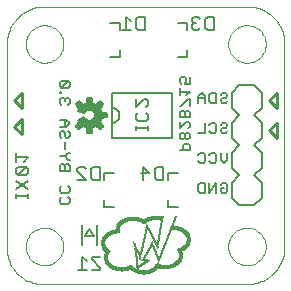
<source format=gbo>
G75*
G70*
%OFA0B0*%
%FSLAX24Y24*%
%IPPOS*%
%LPD*%
%AMOC8*
5,1,8,0,0,1.08239X$1,22.5*
%
%ADD10C,0.0000*%
%ADD11C,0.0060*%
%ADD12R,0.0110X0.0005*%
%ADD13R,0.0210X0.0005*%
%ADD14R,0.0280X0.0005*%
%ADD15R,0.0325X0.0005*%
%ADD16R,0.0365X0.0005*%
%ADD17R,0.0410X0.0005*%
%ADD18R,0.0440X0.0005*%
%ADD19R,0.0470X0.0005*%
%ADD20R,0.0505X0.0005*%
%ADD21R,0.0530X0.0005*%
%ADD22R,0.0555X0.0005*%
%ADD23R,0.0580X0.0005*%
%ADD24R,0.0600X0.0005*%
%ADD25R,0.0625X0.0005*%
%ADD26R,0.0645X0.0005*%
%ADD27R,0.0665X0.0005*%
%ADD28R,0.0685X0.0005*%
%ADD29R,0.0705X0.0005*%
%ADD30R,0.0715X0.0005*%
%ADD31R,0.0735X0.0005*%
%ADD32R,0.0755X0.0005*%
%ADD33R,0.0090X0.0005*%
%ADD34R,0.0770X0.0005*%
%ADD35R,0.0190X0.0005*%
%ADD36R,0.0355X0.0005*%
%ADD37R,0.0360X0.0005*%
%ADD38R,0.0260X0.0005*%
%ADD39R,0.0315X0.0005*%
%ADD40R,0.0320X0.0005*%
%ADD41R,0.0295X0.0005*%
%ADD42R,0.0275X0.0005*%
%ADD43R,0.0400X0.0005*%
%ADD44R,0.0265X0.0005*%
%ADD45R,0.0435X0.0005*%
%ADD46R,0.0255X0.0005*%
%ADD47R,0.0465X0.0005*%
%ADD48R,0.0245X0.0005*%
%ADD49R,0.0495X0.0005*%
%ADD50R,0.0235X0.0005*%
%ADD51R,0.0525X0.0005*%
%ADD52R,0.0230X0.0005*%
%ADD53R,0.0240X0.0005*%
%ADD54R,0.0545X0.0005*%
%ADD55R,0.0820X0.0005*%
%ADD56R,0.0220X0.0005*%
%ADD57R,0.0025X0.0005*%
%ADD58R,0.0795X0.0005*%
%ADD59R,0.0215X0.0005*%
%ADD60R,0.0035X0.0005*%
%ADD61R,0.0040X0.0005*%
%ADD62R,0.0800X0.0005*%
%ADD63R,0.0205X0.0005*%
%ADD64R,0.0050X0.0005*%
%ADD65R,0.0805X0.0005*%
%ADD66R,0.0165X0.0005*%
%ADD67R,0.0055X0.0005*%
%ADD68R,0.0200X0.0005*%
%ADD69R,0.0060X0.0005*%
%ADD70R,0.0300X0.0005*%
%ADD71R,0.0195X0.0005*%
%ADD72R,0.0065X0.0005*%
%ADD73R,0.0345X0.0005*%
%ADD74R,0.0070X0.0005*%
%ADD75R,0.0385X0.0005*%
%ADD76R,0.0080X0.0005*%
%ADD77R,0.0425X0.0005*%
%ADD78R,0.0185X0.0005*%
%ADD79R,0.0085X0.0005*%
%ADD80R,0.0635X0.0005*%
%ADD81R,0.0810X0.0005*%
%ADD82R,0.0095X0.0005*%
%ADD83R,0.0335X0.0005*%
%ADD84R,0.0655X0.0005*%
%ADD85R,0.0105X0.0005*%
%ADD86R,0.0290X0.0005*%
%ADD87R,0.0660X0.0005*%
%ADD88R,0.0115X0.0005*%
%ADD89R,0.0285X0.0005*%
%ADD90R,0.0120X0.0005*%
%ADD91R,0.0270X0.0005*%
%ADD92R,0.0675X0.0005*%
%ADD93R,0.0130X0.0005*%
%ADD94R,0.0680X0.0005*%
%ADD95R,0.0135X0.0005*%
%ADD96R,0.0250X0.0005*%
%ADD97R,0.0140X0.0005*%
%ADD98R,0.0180X0.0005*%
%ADD99R,0.0695X0.0005*%
%ADD100R,0.0150X0.0005*%
%ADD101R,0.0160X0.0005*%
%ADD102R,0.0155X0.0005*%
%ADD103R,0.0145X0.0005*%
%ADD104R,0.0700X0.0005*%
%ADD105R,0.0225X0.0005*%
%ADD106R,0.0170X0.0005*%
%ADD107R,0.0100X0.0005*%
%ADD108R,0.0075X0.0005*%
%ADD109R,0.0720X0.0005*%
%ADD110R,0.0725X0.0005*%
%ADD111R,0.0340X0.0005*%
%ADD112R,0.0305X0.0005*%
%ADD113R,0.0175X0.0005*%
%ADD114R,0.0005X0.0005*%
%ADD115R,0.0010X0.0005*%
%ADD116R,0.0015X0.0005*%
%ADD117R,0.0020X0.0005*%
%ADD118R,0.0030X0.0005*%
%ADD119R,0.0125X0.0005*%
%ADD120R,0.0045X0.0005*%
%ADD121R,0.0370X0.0005*%
%ADD122R,0.0375X0.0005*%
%ADD123R,0.0350X0.0005*%
%ADD124R,0.0330X0.0005*%
%ADD125R,0.0485X0.0005*%
%ADD126R,0.0480X0.0005*%
%ADD127R,0.0460X0.0005*%
%ADD128R,0.0445X0.0005*%
%ADD129R,0.0310X0.0005*%
%ADD130R,0.0380X0.0005*%
%ADD131R,0.0415X0.0005*%
%ADD132R,0.0450X0.0005*%
%ADD133R,0.0490X0.0005*%
%ADD134R,0.0965X0.0005*%
%ADD135R,0.0975X0.0005*%
%ADD136R,0.0980X0.0005*%
%ADD137R,0.0990X0.0005*%
%ADD138R,0.1005X0.0005*%
%ADD139R,0.0615X0.0005*%
%ADD140R,0.0640X0.0005*%
%ADD141R,0.0605X0.0005*%
%ADD142R,0.0620X0.0005*%
%ADD143R,0.0590X0.0005*%
%ADD144R,0.0570X0.0005*%
%ADD145R,0.0540X0.0005*%
%ADD146R,0.0515X0.0005*%
%ADD147R,0.0565X0.0005*%
%ADD148R,0.0535X0.0005*%
%ADD149R,0.0395X0.0005*%
%ADD150R,0.0520X0.0005*%
%ADD151R,0.0500X0.0005*%
%ADD152R,0.0430X0.0005*%
%ADD153C,0.0100*%
%ADD154C,0.0080*%
%ADD155C,0.0059*%
%ADD156C,0.0050*%
D10*
X000411Y001660D02*
X000409Y001594D01*
X000411Y001528D01*
X000417Y001462D01*
X000426Y001396D01*
X000439Y001331D01*
X000456Y001266D01*
X000476Y001203D01*
X000500Y001141D01*
X000527Y001081D01*
X000558Y001022D01*
X000592Y000964D01*
X000629Y000909D01*
X000669Y000856D01*
X000712Y000806D01*
X000757Y000757D01*
X000806Y000712D01*
X000856Y000669D01*
X000909Y000629D01*
X000964Y000592D01*
X001022Y000558D01*
X001081Y000527D01*
X001141Y000500D01*
X001203Y000476D01*
X001266Y000456D01*
X001331Y000439D01*
X001396Y000426D01*
X001462Y000417D01*
X001528Y000411D01*
X001594Y000409D01*
X001660Y000411D01*
X001660Y000410D02*
X008410Y000410D01*
X008478Y000412D01*
X008545Y000417D01*
X008612Y000426D01*
X008679Y000439D01*
X008744Y000456D01*
X008809Y000475D01*
X008873Y000499D01*
X008935Y000526D01*
X008996Y000556D01*
X009054Y000589D01*
X009111Y000625D01*
X009166Y000665D01*
X009219Y000707D01*
X009270Y000753D01*
X009317Y000800D01*
X009363Y000851D01*
X009405Y000904D01*
X009445Y000959D01*
X009481Y001016D01*
X009514Y001074D01*
X009544Y001135D01*
X009571Y001197D01*
X009595Y001261D01*
X009614Y001326D01*
X009631Y001391D01*
X009644Y001458D01*
X009653Y001525D01*
X009658Y001592D01*
X009660Y001660D01*
X009660Y008410D01*
X009658Y008478D01*
X009653Y008545D01*
X009644Y008612D01*
X009631Y008679D01*
X009614Y008744D01*
X009595Y008809D01*
X009571Y008873D01*
X009544Y008935D01*
X009514Y008996D01*
X009481Y009054D01*
X009445Y009111D01*
X009405Y009166D01*
X009363Y009219D01*
X009317Y009270D01*
X009270Y009317D01*
X009219Y009363D01*
X009166Y009405D01*
X009111Y009445D01*
X009054Y009481D01*
X008996Y009514D01*
X008935Y009544D01*
X008873Y009571D01*
X008809Y009595D01*
X008744Y009614D01*
X008679Y009631D01*
X008612Y009644D01*
X008545Y009653D01*
X008478Y009658D01*
X008410Y009660D01*
X001660Y009660D01*
X001035Y008410D02*
X001037Y008460D01*
X001043Y008509D01*
X001053Y008558D01*
X001066Y008605D01*
X001084Y008652D01*
X001105Y008697D01*
X001129Y008740D01*
X001157Y008781D01*
X001188Y008820D01*
X001222Y008856D01*
X001259Y008890D01*
X001299Y008920D01*
X001340Y008947D01*
X001384Y008971D01*
X001429Y008991D01*
X001476Y009007D01*
X001524Y009020D01*
X001573Y009029D01*
X001623Y009034D01*
X001672Y009035D01*
X001722Y009032D01*
X001771Y009025D01*
X001820Y009014D01*
X001867Y009000D01*
X001913Y008981D01*
X001958Y008959D01*
X002001Y008934D01*
X002041Y008905D01*
X002079Y008873D01*
X002115Y008839D01*
X002148Y008801D01*
X002177Y008761D01*
X002203Y008719D01*
X002226Y008675D01*
X002245Y008629D01*
X002261Y008582D01*
X002273Y008533D01*
X002281Y008484D01*
X002285Y008435D01*
X002285Y008385D01*
X002281Y008336D01*
X002273Y008287D01*
X002261Y008238D01*
X002245Y008191D01*
X002226Y008145D01*
X002203Y008101D01*
X002177Y008059D01*
X002148Y008019D01*
X002115Y007981D01*
X002079Y007947D01*
X002041Y007915D01*
X002001Y007886D01*
X001958Y007861D01*
X001913Y007839D01*
X001867Y007820D01*
X001820Y007806D01*
X001771Y007795D01*
X001722Y007788D01*
X001672Y007785D01*
X001623Y007786D01*
X001573Y007791D01*
X001524Y007800D01*
X001476Y007813D01*
X001429Y007829D01*
X001384Y007849D01*
X001340Y007873D01*
X001299Y007900D01*
X001259Y007930D01*
X001222Y007964D01*
X001188Y008000D01*
X001157Y008039D01*
X001129Y008080D01*
X001105Y008123D01*
X001084Y008168D01*
X001066Y008215D01*
X001053Y008262D01*
X001043Y008311D01*
X001037Y008360D01*
X001035Y008410D01*
X000410Y008410D02*
X000410Y001660D01*
X001035Y001660D02*
X001037Y001710D01*
X001043Y001759D01*
X001053Y001808D01*
X001066Y001855D01*
X001084Y001902D01*
X001105Y001947D01*
X001129Y001990D01*
X001157Y002031D01*
X001188Y002070D01*
X001222Y002106D01*
X001259Y002140D01*
X001299Y002170D01*
X001340Y002197D01*
X001384Y002221D01*
X001429Y002241D01*
X001476Y002257D01*
X001524Y002270D01*
X001573Y002279D01*
X001623Y002284D01*
X001672Y002285D01*
X001722Y002282D01*
X001771Y002275D01*
X001820Y002264D01*
X001867Y002250D01*
X001913Y002231D01*
X001958Y002209D01*
X002001Y002184D01*
X002041Y002155D01*
X002079Y002123D01*
X002115Y002089D01*
X002148Y002051D01*
X002177Y002011D01*
X002203Y001969D01*
X002226Y001925D01*
X002245Y001879D01*
X002261Y001832D01*
X002273Y001783D01*
X002281Y001734D01*
X002285Y001685D01*
X002285Y001635D01*
X002281Y001586D01*
X002273Y001537D01*
X002261Y001488D01*
X002245Y001441D01*
X002226Y001395D01*
X002203Y001351D01*
X002177Y001309D01*
X002148Y001269D01*
X002115Y001231D01*
X002079Y001197D01*
X002041Y001165D01*
X002001Y001136D01*
X001958Y001111D01*
X001913Y001089D01*
X001867Y001070D01*
X001820Y001056D01*
X001771Y001045D01*
X001722Y001038D01*
X001672Y001035D01*
X001623Y001036D01*
X001573Y001041D01*
X001524Y001050D01*
X001476Y001063D01*
X001429Y001079D01*
X001384Y001099D01*
X001340Y001123D01*
X001299Y001150D01*
X001259Y001180D01*
X001222Y001214D01*
X001188Y001250D01*
X001157Y001289D01*
X001129Y001330D01*
X001105Y001373D01*
X001084Y001418D01*
X001066Y001465D01*
X001053Y001512D01*
X001043Y001561D01*
X001037Y001610D01*
X001035Y001660D01*
X000410Y008410D02*
X000412Y008478D01*
X000417Y008545D01*
X000426Y008612D01*
X000439Y008679D01*
X000456Y008744D01*
X000475Y008809D01*
X000499Y008873D01*
X000526Y008935D01*
X000556Y008996D01*
X000589Y009054D01*
X000625Y009111D01*
X000665Y009166D01*
X000707Y009219D01*
X000753Y009270D01*
X000800Y009317D01*
X000851Y009363D01*
X000904Y009405D01*
X000959Y009445D01*
X001016Y009481D01*
X001074Y009514D01*
X001135Y009544D01*
X001197Y009571D01*
X001261Y009595D01*
X001326Y009614D01*
X001391Y009631D01*
X001458Y009644D01*
X001525Y009653D01*
X001592Y009658D01*
X001660Y009660D01*
X007785Y008410D02*
X007787Y008460D01*
X007793Y008509D01*
X007803Y008558D01*
X007816Y008605D01*
X007834Y008652D01*
X007855Y008697D01*
X007879Y008740D01*
X007907Y008781D01*
X007938Y008820D01*
X007972Y008856D01*
X008009Y008890D01*
X008049Y008920D01*
X008090Y008947D01*
X008134Y008971D01*
X008179Y008991D01*
X008226Y009007D01*
X008274Y009020D01*
X008323Y009029D01*
X008373Y009034D01*
X008422Y009035D01*
X008472Y009032D01*
X008521Y009025D01*
X008570Y009014D01*
X008617Y009000D01*
X008663Y008981D01*
X008708Y008959D01*
X008751Y008934D01*
X008791Y008905D01*
X008829Y008873D01*
X008865Y008839D01*
X008898Y008801D01*
X008927Y008761D01*
X008953Y008719D01*
X008976Y008675D01*
X008995Y008629D01*
X009011Y008582D01*
X009023Y008533D01*
X009031Y008484D01*
X009035Y008435D01*
X009035Y008385D01*
X009031Y008336D01*
X009023Y008287D01*
X009011Y008238D01*
X008995Y008191D01*
X008976Y008145D01*
X008953Y008101D01*
X008927Y008059D01*
X008898Y008019D01*
X008865Y007981D01*
X008829Y007947D01*
X008791Y007915D01*
X008751Y007886D01*
X008708Y007861D01*
X008663Y007839D01*
X008617Y007820D01*
X008570Y007806D01*
X008521Y007795D01*
X008472Y007788D01*
X008422Y007785D01*
X008373Y007786D01*
X008323Y007791D01*
X008274Y007800D01*
X008226Y007813D01*
X008179Y007829D01*
X008134Y007849D01*
X008090Y007873D01*
X008049Y007900D01*
X008009Y007930D01*
X007972Y007964D01*
X007938Y008000D01*
X007907Y008039D01*
X007879Y008080D01*
X007855Y008123D01*
X007834Y008168D01*
X007816Y008215D01*
X007803Y008262D01*
X007793Y008311D01*
X007787Y008360D01*
X007785Y008410D01*
X007785Y001660D02*
X007787Y001710D01*
X007793Y001759D01*
X007803Y001808D01*
X007816Y001855D01*
X007834Y001902D01*
X007855Y001947D01*
X007879Y001990D01*
X007907Y002031D01*
X007938Y002070D01*
X007972Y002106D01*
X008009Y002140D01*
X008049Y002170D01*
X008090Y002197D01*
X008134Y002221D01*
X008179Y002241D01*
X008226Y002257D01*
X008274Y002270D01*
X008323Y002279D01*
X008373Y002284D01*
X008422Y002285D01*
X008472Y002282D01*
X008521Y002275D01*
X008570Y002264D01*
X008617Y002250D01*
X008663Y002231D01*
X008708Y002209D01*
X008751Y002184D01*
X008791Y002155D01*
X008829Y002123D01*
X008865Y002089D01*
X008898Y002051D01*
X008927Y002011D01*
X008953Y001969D01*
X008976Y001925D01*
X008995Y001879D01*
X009011Y001832D01*
X009023Y001783D01*
X009031Y001734D01*
X009035Y001685D01*
X009035Y001635D01*
X009031Y001586D01*
X009023Y001537D01*
X009011Y001488D01*
X008995Y001441D01*
X008976Y001395D01*
X008953Y001351D01*
X008927Y001309D01*
X008898Y001269D01*
X008865Y001231D01*
X008829Y001197D01*
X008791Y001165D01*
X008751Y001136D01*
X008708Y001111D01*
X008663Y001089D01*
X008617Y001070D01*
X008570Y001056D01*
X008521Y001045D01*
X008472Y001038D01*
X008422Y001035D01*
X008373Y001036D01*
X008323Y001041D01*
X008274Y001050D01*
X008226Y001063D01*
X008179Y001079D01*
X008134Y001099D01*
X008090Y001123D01*
X008049Y001150D01*
X008009Y001180D01*
X007972Y001214D01*
X007938Y001250D01*
X007907Y001289D01*
X007879Y001330D01*
X007855Y001373D01*
X007834Y001418D01*
X007816Y001465D01*
X007803Y001512D01*
X007793Y001561D01*
X007787Y001610D01*
X007785Y001660D01*
D11*
X006095Y002975D02*
X005775Y002975D01*
X005775Y003195D01*
X005775Y003875D02*
X005775Y004095D01*
X006095Y004095D01*
X006792Y003724D02*
X006792Y003497D01*
X006848Y003440D01*
X007018Y003440D01*
X007018Y003780D01*
X006848Y003780D01*
X006792Y003724D01*
X007160Y003780D02*
X007160Y003440D01*
X007387Y003780D01*
X007387Y003440D01*
X007528Y003497D02*
X007528Y003610D01*
X007642Y003610D01*
X007755Y003497D02*
X007698Y003440D01*
X007585Y003440D01*
X007528Y003497D01*
X007528Y003724D02*
X007585Y003780D01*
X007698Y003780D01*
X007755Y003724D01*
X007755Y003497D01*
X007642Y004440D02*
X007528Y004553D01*
X007528Y004780D01*
X007387Y004724D02*
X007387Y004497D01*
X007330Y004440D01*
X007217Y004440D01*
X007160Y004497D01*
X007018Y004497D02*
X007018Y004724D01*
X006962Y004780D01*
X006848Y004780D01*
X006792Y004724D01*
X006792Y004497D02*
X006848Y004440D01*
X006962Y004440D01*
X007018Y004497D01*
X007160Y004724D02*
X007217Y004780D01*
X007330Y004780D01*
X007387Y004724D01*
X007642Y004440D02*
X007755Y004553D01*
X007755Y004780D01*
X007698Y005440D02*
X007585Y005440D01*
X007528Y005497D01*
X007528Y005553D01*
X007585Y005610D01*
X007698Y005610D01*
X007755Y005667D01*
X007755Y005724D01*
X007698Y005780D01*
X007585Y005780D01*
X007528Y005724D01*
X007387Y005724D02*
X007387Y005497D01*
X007330Y005440D01*
X007217Y005440D01*
X007160Y005497D01*
X007018Y005440D02*
X006792Y005440D01*
X007018Y005440D02*
X007018Y005780D01*
X007160Y005724D02*
X007217Y005780D01*
X007330Y005780D01*
X007387Y005724D01*
X007698Y005440D02*
X007755Y005497D01*
X007698Y006440D02*
X007585Y006440D01*
X007528Y006497D01*
X007528Y006553D01*
X007585Y006610D01*
X007698Y006610D01*
X007755Y006667D01*
X007755Y006724D01*
X007698Y006780D01*
X007585Y006780D01*
X007528Y006724D01*
X007387Y006780D02*
X007217Y006780D01*
X007160Y006724D01*
X007160Y006497D01*
X007217Y006440D01*
X007387Y006440D01*
X007387Y006780D01*
X007018Y006667D02*
X007018Y006440D01*
X007018Y006610D02*
X006792Y006610D01*
X006792Y006667D02*
X006792Y006440D01*
X006792Y006667D02*
X006905Y006780D01*
X007018Y006667D01*
X006505Y006562D02*
X006505Y006335D01*
X006449Y006194D02*
X006392Y006194D01*
X006335Y006137D01*
X006335Y005967D01*
X006335Y006137D02*
X006278Y006194D01*
X006222Y006194D01*
X006165Y006137D01*
X006165Y005967D01*
X006505Y005967D01*
X006505Y006137D01*
X006449Y006194D01*
X006222Y006335D02*
X006165Y006335D01*
X006222Y006335D02*
X006449Y006562D01*
X006505Y006562D01*
X006392Y006703D02*
X006505Y006817D01*
X006165Y006817D01*
X006165Y006930D02*
X006165Y006703D01*
X006222Y007072D02*
X006165Y007128D01*
X006165Y007242D01*
X006222Y007299D01*
X006335Y007299D01*
X006392Y007242D01*
X006392Y007185D01*
X006335Y007072D01*
X006505Y007072D01*
X006505Y007299D01*
X006420Y007975D02*
X006100Y007975D01*
X006420Y007975D02*
X006420Y008195D01*
X006420Y008875D02*
X006420Y009095D01*
X006100Y009095D01*
X004170Y009095D02*
X004170Y008875D01*
X004170Y009095D02*
X003850Y009095D01*
X004170Y008195D02*
X004170Y007975D01*
X003850Y007975D01*
X002505Y007117D02*
X002505Y007003D01*
X002449Y006947D01*
X002222Y006947D01*
X002449Y007174D01*
X002222Y007174D01*
X002165Y007117D01*
X002165Y007003D01*
X002222Y006947D01*
X002222Y006819D02*
X002165Y006819D01*
X002165Y006763D01*
X002222Y006763D01*
X002222Y006819D01*
X002222Y006621D02*
X002165Y006564D01*
X002165Y006451D01*
X002222Y006394D01*
X002335Y006508D02*
X002335Y006564D01*
X002278Y006621D01*
X002222Y006621D01*
X002335Y006564D02*
X002392Y006621D01*
X002449Y006621D01*
X002505Y006564D01*
X002505Y006451D01*
X002449Y006394D01*
X002392Y005884D02*
X002165Y005884D01*
X002335Y005884D02*
X002335Y005658D01*
X002392Y005658D02*
X002505Y005771D01*
X002392Y005884D01*
X002392Y005658D02*
X002165Y005658D01*
X002222Y005516D02*
X002165Y005459D01*
X002165Y005346D01*
X002222Y005289D01*
X002335Y005346D02*
X002335Y005459D01*
X002278Y005516D01*
X002222Y005516D01*
X002335Y005346D02*
X002392Y005289D01*
X002449Y005289D01*
X002505Y005346D01*
X002505Y005459D01*
X002449Y005516D01*
X002335Y005148D02*
X002335Y004921D01*
X002449Y004779D02*
X002505Y004779D01*
X002449Y004779D02*
X002335Y004666D01*
X002165Y004666D01*
X002335Y004666D02*
X002449Y004553D01*
X002505Y004553D01*
X002449Y004411D02*
X002392Y004411D01*
X002335Y004354D01*
X002335Y004184D01*
X002165Y004184D02*
X002505Y004184D01*
X002505Y004354D01*
X002449Y004411D01*
X002335Y004354D02*
X002278Y004411D01*
X002222Y004411D01*
X002165Y004354D01*
X002165Y004184D01*
X002222Y003675D02*
X002165Y003618D01*
X002165Y003504D01*
X002222Y003448D01*
X002449Y003448D01*
X002505Y003504D01*
X002505Y003618D01*
X002449Y003675D01*
X002449Y003306D02*
X002505Y003250D01*
X002505Y003136D01*
X002449Y003079D01*
X002222Y003079D01*
X002165Y003136D01*
X002165Y003250D01*
X002222Y003306D01*
X003650Y003195D02*
X003650Y002975D01*
X003970Y002975D01*
X003650Y003875D02*
X003650Y004095D01*
X003970Y004095D01*
X003910Y005785D02*
X003940Y005787D01*
X003970Y005792D01*
X003999Y005801D01*
X004026Y005814D01*
X004052Y005829D01*
X004076Y005848D01*
X004097Y005869D01*
X004116Y005893D01*
X004131Y005919D01*
X004144Y005946D01*
X004153Y005975D01*
X004158Y006005D01*
X004160Y006035D01*
X004158Y006065D01*
X004153Y006095D01*
X004144Y006124D01*
X004131Y006151D01*
X004116Y006177D01*
X004097Y006201D01*
X004076Y006222D01*
X004052Y006241D01*
X004026Y006256D01*
X003999Y006269D01*
X003970Y006278D01*
X003940Y006283D01*
X003910Y006285D01*
X002505Y007117D02*
X002449Y007174D01*
X006165Y005825D02*
X006165Y005598D01*
X006392Y005825D01*
X006449Y005825D01*
X006505Y005769D01*
X006505Y005655D01*
X006449Y005598D01*
X006449Y005457D02*
X006392Y005457D01*
X006335Y005400D01*
X006335Y005287D01*
X006392Y005230D01*
X006449Y005230D01*
X006505Y005287D01*
X006505Y005400D01*
X006449Y005457D01*
X006335Y005400D02*
X006278Y005457D01*
X006222Y005457D01*
X006165Y005400D01*
X006165Y005287D01*
X006222Y005230D01*
X006278Y005230D01*
X006335Y005287D01*
X006335Y005089D02*
X006278Y005032D01*
X006278Y004862D01*
X006165Y004862D02*
X006505Y004862D01*
X006505Y005032D01*
X006449Y005089D01*
X006335Y005089D01*
X007698Y006440D02*
X007755Y006497D01*
D12*
X005096Y002256D03*
X005096Y002251D03*
X005411Y001716D03*
X005411Y001711D03*
X005251Y001691D03*
X005251Y001686D03*
X005471Y001241D03*
X005441Y001046D03*
X005066Y001146D03*
X005051Y001136D03*
X005046Y001131D03*
X005036Y001126D03*
X005031Y001121D03*
X005021Y001116D03*
X005016Y001111D03*
X005011Y001106D03*
X005001Y001101D03*
X004996Y001096D03*
X004981Y001086D03*
X004966Y001076D03*
X004961Y001071D03*
X004946Y001061D03*
X004901Y001031D03*
X004886Y001021D03*
X004881Y001016D03*
X004876Y001011D03*
X004861Y001001D03*
X004966Y000726D03*
X004846Y001376D03*
X004726Y001531D03*
X004726Y001536D03*
X004721Y001541D03*
X004721Y001546D03*
D13*
X004061Y002181D03*
X003776Y002031D03*
X003861Y001001D03*
X004966Y000731D03*
X005326Y000896D03*
X006056Y001076D03*
X006311Y001596D03*
X006316Y001601D03*
X006316Y002141D03*
X005376Y002646D03*
X004966Y002451D03*
D14*
X005376Y002641D03*
X006221Y002191D03*
X004966Y000736D03*
X004691Y000851D03*
X004026Y002161D03*
D15*
X004954Y002481D03*
X005374Y002636D03*
X003994Y000941D03*
X004964Y000741D03*
D16*
X004964Y000746D03*
X003969Y002116D03*
D17*
X004966Y000751D03*
X006061Y002246D03*
D18*
X006071Y002236D03*
X004966Y000756D03*
D19*
X004966Y000761D03*
X006081Y002221D03*
D20*
X005364Y002606D03*
X004964Y000766D03*
D21*
X004966Y000771D03*
D22*
X004964Y000776D03*
X005339Y002586D03*
D23*
X005321Y002571D03*
X004966Y000781D03*
D24*
X004966Y000786D03*
X005311Y002561D03*
D25*
X004964Y000791D03*
D26*
X004964Y000796D03*
X005609Y000941D03*
D27*
X005639Y000956D03*
X004964Y000801D03*
D28*
X004964Y000806D03*
X005664Y000971D03*
D29*
X005694Y000991D03*
X004964Y000811D03*
D30*
X004964Y000816D03*
X005699Y000996D03*
X005704Y001001D03*
D31*
X004964Y000821D03*
D32*
X004964Y000826D03*
D33*
X004781Y000936D03*
X004846Y001351D03*
X004711Y001581D03*
X004706Y001591D03*
X004706Y001596D03*
X005251Y001711D03*
X005416Y001686D03*
X005471Y001216D03*
X005436Y001051D03*
X004231Y000826D03*
X005091Y002281D03*
D34*
X004966Y000831D03*
D35*
X005046Y001161D03*
X004231Y000831D03*
X003756Y001486D03*
X003751Y001491D03*
X003746Y001501D03*
X003741Y001506D03*
X003736Y001511D03*
X003731Y001516D03*
X003726Y001991D03*
X003731Y001996D03*
X003736Y002001D03*
X004071Y002186D03*
X004196Y002406D03*
X004201Y002411D03*
X004206Y002416D03*
X006096Y001106D03*
X006101Y001111D03*
X006186Y001501D03*
X006346Y001626D03*
X006351Y001631D03*
X006351Y002111D03*
X006346Y002116D03*
D36*
X005179Y000836D03*
X004229Y000846D03*
X003984Y002126D03*
D37*
X003976Y002121D03*
X003926Y002091D03*
X004751Y000836D03*
X006041Y002266D03*
X006161Y002206D03*
X005161Y002541D03*
D38*
X004961Y002466D03*
X004316Y002486D03*
X004036Y002166D03*
X003931Y000961D03*
X004231Y000836D03*
X005986Y001036D03*
D39*
X005209Y000841D03*
X004719Y000841D03*
X005129Y002536D03*
D40*
X006186Y002201D03*
X004231Y000841D03*
X003896Y002086D03*
X004006Y002146D03*
D41*
X004019Y002156D03*
X003879Y002081D03*
X004704Y000846D03*
X005224Y000846D03*
X006204Y002196D03*
D42*
X006009Y002291D03*
X005039Y001186D03*
X005239Y000851D03*
X005494Y001016D03*
X005969Y001031D03*
D43*
X006056Y002251D03*
X004231Y000851D03*
D44*
X004494Y000951D03*
X004674Y000856D03*
X005029Y001176D03*
X005254Y000856D03*
X006234Y002186D03*
X003849Y002071D03*
D45*
X004229Y000856D03*
D46*
X004664Y000861D03*
X005029Y001171D03*
X005264Y000861D03*
X005994Y001041D03*
X006244Y002181D03*
X003839Y002066D03*
D47*
X004229Y000861D03*
X005389Y002621D03*
D48*
X004294Y002476D03*
X003829Y002061D03*
X004654Y000866D03*
X005274Y000866D03*
X006004Y001046D03*
X006219Y001536D03*
X006224Y001541D03*
X006259Y001566D03*
D49*
X004229Y000866D03*
D50*
X004644Y000871D03*
X005284Y000871D03*
X005689Y000911D03*
X006024Y001056D03*
X006209Y001526D03*
X006214Y001531D03*
X006274Y002166D03*
X004284Y002471D03*
X003809Y002051D03*
D51*
X004229Y000871D03*
D52*
X003901Y000976D03*
X003891Y000981D03*
X003801Y002046D03*
X004051Y002176D03*
X004276Y002466D03*
X005291Y000876D03*
X005301Y000881D03*
X006276Y001576D03*
X006286Y001581D03*
X006286Y002161D03*
D53*
X006266Y002171D03*
X006266Y001571D03*
X006016Y001051D03*
X005026Y001191D03*
X004636Y000876D03*
X004501Y000956D03*
X003911Y000971D03*
X003816Y002056D03*
X004961Y002461D03*
D54*
X005344Y002591D03*
X004229Y000876D03*
D55*
X004351Y000881D03*
D56*
X003876Y000991D03*
X003791Y002041D03*
X004261Y002456D03*
X004266Y002461D03*
X005311Y000886D03*
X006041Y001066D03*
X006301Y002151D03*
D57*
X005434Y001601D03*
X005434Y001596D03*
X005259Y001776D03*
X004859Y001251D03*
X004859Y001246D03*
X004754Y000886D03*
X005479Y001146D03*
X004659Y001746D03*
X004659Y001751D03*
X005079Y002366D03*
X005079Y002371D03*
D58*
X004329Y000886D03*
X004319Y000891D03*
D59*
X004509Y000961D03*
X005014Y001196D03*
X005319Y000891D03*
X006049Y001071D03*
X006199Y001516D03*
X006304Y001591D03*
X006309Y002146D03*
X004254Y002451D03*
X003784Y002036D03*
X003869Y000996D03*
D60*
X004669Y001716D03*
X004664Y001726D03*
X004664Y001731D03*
X005259Y001766D03*
X005259Y001771D03*
X005434Y001611D03*
X005434Y001061D03*
X004759Y000891D03*
X005084Y002351D03*
D61*
X005081Y002346D03*
X005256Y001761D03*
X005431Y001621D03*
X005431Y001616D03*
X005476Y001166D03*
X005476Y001161D03*
X004856Y001271D03*
X004856Y001276D03*
X004761Y000896D03*
X004531Y001006D03*
X004671Y001706D03*
X004671Y001711D03*
X004666Y001721D03*
D62*
X004281Y000911D03*
X004291Y000906D03*
X004311Y000896D03*
D63*
X003854Y001006D03*
X003849Y001011D03*
X003769Y002026D03*
X004239Y002441D03*
X004244Y002446D03*
X005339Y000906D03*
X005334Y000901D03*
X006064Y001081D03*
X006194Y001511D03*
X006324Y001606D03*
X006324Y002136D03*
D64*
X005426Y001636D03*
X005256Y001751D03*
X004676Y001691D03*
X004676Y001686D03*
X005086Y002331D03*
X005476Y001181D03*
X005476Y001176D03*
X005476Y001171D03*
X004761Y000901D03*
D65*
X004299Y000901D03*
X004274Y000916D03*
X004264Y000921D03*
X004259Y000926D03*
X004249Y000931D03*
D66*
X003769Y001091D03*
X003764Y001096D03*
X003764Y001101D03*
X003759Y001106D03*
X003754Y001431D03*
X003759Y001441D03*
X003764Y001446D03*
X003764Y001451D03*
X003769Y001461D03*
X003769Y001466D03*
X003669Y001586D03*
X003664Y001591D03*
X003659Y001601D03*
X003664Y001916D03*
X003669Y001926D03*
X003674Y001931D03*
X004084Y002191D03*
X004139Y002336D03*
X004144Y002341D03*
X004144Y002346D03*
X004149Y002351D03*
X004154Y002356D03*
X004814Y000986D03*
X005689Y000906D03*
X006154Y001171D03*
X006159Y001176D03*
X006159Y001181D03*
X006164Y001186D03*
X006169Y001196D03*
X006179Y001491D03*
X006404Y001686D03*
X006409Y001696D03*
X006414Y001701D03*
X006419Y001706D03*
X006424Y001716D03*
X006424Y002026D03*
X006419Y002036D03*
X006414Y002041D03*
X006409Y002046D03*
X006404Y002056D03*
D67*
X005544Y002336D03*
X005549Y002366D03*
X005554Y002396D03*
X005559Y002426D03*
X005564Y002451D03*
X005564Y002456D03*
X005569Y002481D03*
X005569Y002486D03*
X005574Y002511D03*
X005574Y002516D03*
X005594Y002636D03*
X005594Y002641D03*
X005084Y002326D03*
X005254Y001746D03*
X005429Y001641D03*
X004854Y001296D03*
X004854Y001291D03*
X004764Y000906D03*
X004684Y001666D03*
X004684Y001671D03*
X004679Y001676D03*
X004679Y001681D03*
D68*
X004511Y000966D03*
X003841Y001016D03*
X003756Y002016D03*
X003761Y002021D03*
X004231Y002436D03*
X005506Y002541D03*
X005976Y002306D03*
X006331Y002131D03*
X006336Y002126D03*
X006336Y001616D03*
X006331Y001611D03*
X006191Y001506D03*
X006076Y001091D03*
X006071Y001086D03*
X005466Y001026D03*
X005346Y000911D03*
D69*
X005476Y001186D03*
X005476Y001191D03*
X005516Y001296D03*
X005526Y001321D03*
X005536Y001346D03*
X005546Y001371D03*
X005571Y001436D03*
X005581Y001461D03*
X005591Y001486D03*
X005601Y001511D03*
X005626Y001576D03*
X005636Y001601D03*
X005646Y001626D03*
X005656Y001651D03*
X005681Y001716D03*
X005691Y001741D03*
X005701Y001766D03*
X005711Y001791D03*
X005746Y001881D03*
X005756Y001906D03*
X005766Y001931D03*
X005776Y001956D03*
X005801Y002021D03*
X005811Y002046D03*
X005821Y002071D03*
X005831Y002096D03*
X005841Y002121D03*
X005851Y002146D03*
X005856Y002161D03*
X005866Y002186D03*
X005541Y002311D03*
X005541Y002316D03*
X005541Y002321D03*
X005541Y002326D03*
X005541Y002331D03*
X005546Y002341D03*
X005546Y002346D03*
X005546Y002351D03*
X005546Y002356D03*
X005546Y002361D03*
X005551Y002371D03*
X005551Y002376D03*
X005551Y002381D03*
X005551Y002386D03*
X005551Y002391D03*
X005556Y002401D03*
X005556Y002406D03*
X005556Y002411D03*
X005556Y002416D03*
X005556Y002421D03*
X005561Y002431D03*
X005561Y002436D03*
X005561Y002441D03*
X005561Y002446D03*
X005566Y002461D03*
X005566Y002466D03*
X005566Y002471D03*
X005566Y002476D03*
X005571Y002491D03*
X005571Y002496D03*
X005571Y002501D03*
X005571Y002506D03*
X005596Y002646D03*
X005596Y002651D03*
X005536Y002306D03*
X005536Y002301D03*
X005536Y002296D03*
X005536Y002291D03*
X005536Y002286D03*
X005536Y002281D03*
X005531Y002276D03*
X005531Y002271D03*
X005531Y002266D03*
X005531Y002261D03*
X005531Y002256D03*
X005531Y002251D03*
X005526Y002246D03*
X005526Y002241D03*
X005526Y002236D03*
X005526Y002231D03*
X005526Y002226D03*
X005526Y002221D03*
X005521Y002211D03*
X005521Y002206D03*
X005521Y002201D03*
X005521Y002196D03*
X005521Y002191D03*
X005516Y002181D03*
X005516Y002176D03*
X005516Y002171D03*
X005516Y002166D03*
X005511Y002156D03*
X005511Y002151D03*
X005511Y002146D03*
X005511Y002141D03*
X005511Y002136D03*
X005506Y002126D03*
X005506Y002121D03*
X005506Y002116D03*
X005506Y002111D03*
X005506Y002106D03*
X005501Y002096D03*
X005501Y002091D03*
X005501Y002086D03*
X005501Y002081D03*
X005501Y002076D03*
X005496Y002066D03*
X005496Y002061D03*
X005496Y002056D03*
X005496Y002051D03*
X005491Y002041D03*
X005491Y002036D03*
X005491Y002031D03*
X005491Y002026D03*
X005491Y002021D03*
X005486Y002011D03*
X005486Y002006D03*
X005486Y002001D03*
X005486Y001996D03*
X005486Y001991D03*
X005481Y001981D03*
X005481Y001976D03*
X005481Y001971D03*
X005481Y001966D03*
X005481Y001961D03*
X005476Y001951D03*
X005476Y001946D03*
X005476Y001941D03*
X005476Y001936D03*
X005476Y001931D03*
X005471Y001921D03*
X005471Y001916D03*
X005471Y001911D03*
X005471Y001906D03*
X005466Y001896D03*
X005466Y001891D03*
X005466Y001886D03*
X005466Y001881D03*
X005466Y001876D03*
X005461Y001866D03*
X005461Y001861D03*
X005461Y001856D03*
X005461Y001851D03*
X005461Y001846D03*
X005456Y001836D03*
X005456Y001831D03*
X005456Y001826D03*
X005456Y001821D03*
X005456Y001816D03*
X005451Y001806D03*
X005451Y001801D03*
X005451Y001796D03*
X005451Y001791D03*
X005446Y001781D03*
X005446Y001776D03*
X005446Y001771D03*
X005446Y001766D03*
X005446Y001761D03*
X005426Y001646D03*
X005306Y001606D03*
X005316Y001581D03*
X005326Y001556D03*
X005296Y001631D03*
X005256Y001741D03*
X004971Y001816D03*
X004966Y001796D03*
X004961Y001776D03*
X004956Y001751D03*
X004951Y001731D03*
X004946Y001711D03*
X004941Y001686D03*
X004936Y001666D03*
X004931Y001646D03*
X004926Y001621D03*
X004921Y001601D03*
X004916Y001581D03*
X004911Y001556D03*
X004906Y001536D03*
X004901Y001516D03*
X004896Y001491D03*
X004891Y001476D03*
X004891Y001471D03*
X004886Y001461D03*
X004886Y001456D03*
X004886Y001451D03*
X004881Y001436D03*
X004881Y001431D03*
X004881Y001426D03*
X004876Y001416D03*
X004876Y001411D03*
X004851Y001306D03*
X004851Y001301D03*
X004736Y001241D03*
X004736Y001236D03*
X004736Y001231D03*
X004736Y001226D03*
X004736Y001221D03*
X004736Y001216D03*
X004736Y001211D03*
X004736Y001206D03*
X004736Y001201D03*
X004741Y001196D03*
X004741Y001191D03*
X004741Y001186D03*
X004741Y001181D03*
X004741Y001176D03*
X004741Y001171D03*
X004741Y001166D03*
X004741Y001161D03*
X004741Y001156D03*
X004741Y001151D03*
X004746Y001146D03*
X004746Y001141D03*
X004746Y001136D03*
X004746Y001131D03*
X004746Y001126D03*
X004746Y001121D03*
X004746Y001116D03*
X004746Y001111D03*
X004746Y001106D03*
X004746Y001101D03*
X004751Y001096D03*
X004751Y001091D03*
X004751Y001086D03*
X004751Y001081D03*
X004751Y001076D03*
X004751Y001071D03*
X004751Y001066D03*
X004751Y001061D03*
X004751Y001056D03*
X004751Y001051D03*
X004756Y001046D03*
X004756Y001041D03*
X004756Y001036D03*
X004756Y001031D03*
X004756Y001026D03*
X004756Y001021D03*
X004756Y001016D03*
X004756Y001011D03*
X004756Y001006D03*
X004756Y001001D03*
X004761Y000996D03*
X004766Y000911D03*
X004731Y001251D03*
X004731Y001256D03*
X004731Y001261D03*
X004731Y001266D03*
X004726Y001301D03*
X004726Y001306D03*
X004726Y001311D03*
X004721Y001351D03*
X004721Y001356D03*
X004716Y001381D03*
X004716Y001386D03*
X004716Y001391D03*
X004716Y001396D03*
X004716Y001401D03*
X004711Y001411D03*
X004711Y001416D03*
X004711Y001421D03*
X004711Y001426D03*
X004711Y001431D03*
X004711Y001436D03*
X004711Y001441D03*
X004711Y001446D03*
X004706Y001456D03*
X004706Y001461D03*
X004706Y001466D03*
X004706Y001471D03*
X004706Y001476D03*
X004706Y001481D03*
X004686Y001656D03*
X004686Y001661D03*
X004976Y001841D03*
X004981Y001861D03*
X004986Y001881D03*
X004991Y001906D03*
X004996Y001926D03*
X005001Y001946D03*
X005006Y001971D03*
X005011Y001991D03*
X005016Y002011D03*
X005021Y002036D03*
X005026Y002056D03*
X005031Y002076D03*
X005036Y002101D03*
X005041Y002121D03*
X005046Y002141D03*
X005051Y002161D03*
X005051Y002166D03*
X005056Y002186D03*
X005061Y002206D03*
X005086Y002316D03*
X005086Y002321D03*
D70*
X004956Y002476D03*
X004611Y002606D03*
X003971Y000946D03*
X005691Y000916D03*
D71*
X005364Y000926D03*
X005359Y000921D03*
X005354Y000916D03*
X006084Y001096D03*
X006089Y001101D03*
X006344Y001621D03*
X006339Y002121D03*
X004224Y002431D03*
X004219Y002426D03*
X004214Y002421D03*
X003749Y002011D03*
X003744Y002006D03*
X003824Y001031D03*
X003829Y001026D03*
X003834Y001021D03*
D72*
X004729Y001271D03*
X004729Y001276D03*
X004729Y001281D03*
X004729Y001286D03*
X004729Y001291D03*
X004729Y001296D03*
X004724Y001316D03*
X004724Y001321D03*
X004724Y001326D03*
X004724Y001331D03*
X004724Y001336D03*
X004724Y001341D03*
X004724Y001346D03*
X004719Y001361D03*
X004719Y001366D03*
X004719Y001371D03*
X004719Y001376D03*
X004714Y001406D03*
X004709Y001451D03*
X004774Y001481D03*
X004779Y001471D03*
X004784Y001461D03*
X004789Y001451D03*
X004794Y001441D03*
X004799Y001431D03*
X004804Y001421D03*
X004809Y001411D03*
X004879Y001421D03*
X004884Y001441D03*
X004884Y001446D03*
X004889Y001466D03*
X004894Y001481D03*
X004894Y001486D03*
X004899Y001496D03*
X004899Y001501D03*
X004899Y001506D03*
X004899Y001511D03*
X004904Y001521D03*
X004904Y001526D03*
X004904Y001531D03*
X004909Y001541D03*
X004909Y001546D03*
X004909Y001551D03*
X004914Y001561D03*
X004914Y001566D03*
X004914Y001571D03*
X004914Y001576D03*
X004919Y001586D03*
X004919Y001591D03*
X004919Y001596D03*
X004924Y001606D03*
X004924Y001611D03*
X004924Y001616D03*
X004929Y001626D03*
X004929Y001631D03*
X004929Y001636D03*
X004929Y001641D03*
X004934Y001651D03*
X004934Y001656D03*
X004934Y001661D03*
X004939Y001671D03*
X004939Y001676D03*
X004939Y001681D03*
X004944Y001691D03*
X004944Y001696D03*
X004944Y001701D03*
X004944Y001706D03*
X004949Y001716D03*
X004949Y001721D03*
X004949Y001726D03*
X004954Y001736D03*
X004954Y001741D03*
X004954Y001746D03*
X004959Y001756D03*
X004959Y001761D03*
X004959Y001766D03*
X004959Y001771D03*
X004964Y001781D03*
X004964Y001786D03*
X004964Y001791D03*
X004969Y001801D03*
X004969Y001806D03*
X004969Y001811D03*
X004974Y001821D03*
X004974Y001826D03*
X004974Y001831D03*
X004974Y001836D03*
X004979Y001846D03*
X004979Y001851D03*
X004979Y001856D03*
X004984Y001866D03*
X004984Y001871D03*
X004984Y001876D03*
X004989Y001886D03*
X004989Y001891D03*
X004989Y001896D03*
X004989Y001901D03*
X004994Y001911D03*
X004994Y001916D03*
X004994Y001921D03*
X004999Y001931D03*
X004999Y001936D03*
X004999Y001941D03*
X005004Y001951D03*
X005004Y001956D03*
X005004Y001961D03*
X005004Y001966D03*
X005009Y001976D03*
X005009Y001981D03*
X005009Y001986D03*
X005014Y001996D03*
X005014Y002001D03*
X005014Y002006D03*
X005019Y002016D03*
X005019Y002021D03*
X005019Y002026D03*
X005019Y002031D03*
X005024Y002041D03*
X005024Y002046D03*
X005024Y002051D03*
X005029Y002061D03*
X005029Y002066D03*
X005029Y002071D03*
X005034Y002081D03*
X005034Y002086D03*
X005034Y002091D03*
X005034Y002096D03*
X005039Y002106D03*
X005039Y002111D03*
X005039Y002116D03*
X005044Y002126D03*
X005044Y002131D03*
X005044Y002136D03*
X005049Y002146D03*
X005049Y002151D03*
X005049Y002156D03*
X005054Y002171D03*
X005054Y002176D03*
X005054Y002181D03*
X005059Y002191D03*
X005059Y002196D03*
X005059Y002201D03*
X005064Y002211D03*
X005064Y002216D03*
X005064Y002221D03*
X005134Y002221D03*
X005139Y002211D03*
X005144Y002201D03*
X005149Y002191D03*
X005154Y002181D03*
X005159Y002171D03*
X005164Y002161D03*
X005169Y002151D03*
X005174Y002141D03*
X005179Y002131D03*
X005184Y002121D03*
X005189Y002111D03*
X005194Y002101D03*
X005199Y002091D03*
X005204Y002081D03*
X005209Y002071D03*
X005214Y002061D03*
X005219Y002051D03*
X005224Y002041D03*
X005229Y002031D03*
X005234Y002021D03*
X005239Y002016D03*
X005239Y002011D03*
X005244Y002006D03*
X005244Y002001D03*
X005249Y001996D03*
X005249Y001991D03*
X005254Y001986D03*
X005254Y001981D03*
X005259Y001976D03*
X005264Y001966D03*
X005269Y001956D03*
X005274Y001946D03*
X005279Y001936D03*
X005284Y001926D03*
X005289Y001916D03*
X005294Y001906D03*
X005299Y001896D03*
X005304Y001886D03*
X005254Y001736D03*
X005289Y001656D03*
X005289Y001651D03*
X005289Y001646D03*
X005294Y001641D03*
X005294Y001636D03*
X005299Y001626D03*
X005299Y001621D03*
X005304Y001616D03*
X005304Y001611D03*
X005309Y001601D03*
X005309Y001596D03*
X005314Y001591D03*
X005314Y001586D03*
X005319Y001576D03*
X005319Y001571D03*
X005324Y001566D03*
X005324Y001561D03*
X005329Y001551D03*
X005329Y001546D03*
X005334Y001541D03*
X005334Y001536D03*
X005334Y001531D03*
X005339Y001526D03*
X005339Y001521D03*
X005344Y001516D03*
X005344Y001511D03*
X005344Y001506D03*
X005349Y001496D03*
X005354Y001486D03*
X005354Y001481D03*
X005359Y001471D03*
X005364Y001461D03*
X005364Y001456D03*
X005369Y001446D03*
X005374Y001436D03*
X005379Y001426D03*
X005379Y001421D03*
X005384Y001411D03*
X005389Y001401D03*
X005389Y001396D03*
X005394Y001386D03*
X005399Y001376D03*
X005399Y001371D03*
X005404Y001361D03*
X005409Y001351D03*
X005414Y001336D03*
X005419Y001326D03*
X005429Y001301D03*
X005509Y001281D03*
X005514Y001286D03*
X005514Y001291D03*
X005519Y001301D03*
X005519Y001306D03*
X005524Y001311D03*
X005524Y001316D03*
X005529Y001326D03*
X005529Y001331D03*
X005534Y001336D03*
X005534Y001341D03*
X005539Y001351D03*
X005539Y001356D03*
X005544Y001361D03*
X005544Y001366D03*
X005549Y001376D03*
X005549Y001381D03*
X005554Y001386D03*
X005554Y001391D03*
X005554Y001396D03*
X005559Y001401D03*
X005559Y001406D03*
X005564Y001411D03*
X005564Y001416D03*
X005564Y001421D03*
X005569Y001426D03*
X005569Y001431D03*
X005574Y001441D03*
X005574Y001446D03*
X005579Y001451D03*
X005579Y001456D03*
X005584Y001466D03*
X005584Y001471D03*
X005589Y001476D03*
X005589Y001481D03*
X005594Y001491D03*
X005594Y001496D03*
X005599Y001501D03*
X005599Y001506D03*
X005604Y001516D03*
X005604Y001521D03*
X005609Y001526D03*
X005609Y001531D03*
X005609Y001536D03*
X005614Y001541D03*
X005614Y001546D03*
X005619Y001551D03*
X005619Y001556D03*
X005619Y001561D03*
X005624Y001566D03*
X005624Y001571D03*
X005629Y001581D03*
X005629Y001586D03*
X005634Y001591D03*
X005634Y001596D03*
X005639Y001606D03*
X005639Y001611D03*
X005644Y001616D03*
X005644Y001621D03*
X005649Y001631D03*
X005649Y001636D03*
X005654Y001641D03*
X005654Y001646D03*
X005659Y001656D03*
X005659Y001661D03*
X005664Y001666D03*
X005664Y001671D03*
X005664Y001676D03*
X005669Y001681D03*
X005669Y001686D03*
X005674Y001691D03*
X005674Y001696D03*
X005674Y001701D03*
X005679Y001706D03*
X005679Y001711D03*
X005684Y001721D03*
X005684Y001726D03*
X005689Y001731D03*
X005689Y001736D03*
X005694Y001746D03*
X005694Y001751D03*
X005699Y001756D03*
X005699Y001761D03*
X005704Y001771D03*
X005704Y001776D03*
X005709Y001781D03*
X005709Y001786D03*
X005714Y001796D03*
X005714Y001801D03*
X005719Y001806D03*
X005719Y001811D03*
X005719Y001816D03*
X005724Y001821D03*
X005724Y001826D03*
X005729Y001831D03*
X005729Y001836D03*
X005729Y001841D03*
X005734Y001846D03*
X005734Y001851D03*
X005739Y001856D03*
X005739Y001861D03*
X005739Y001866D03*
X005744Y001871D03*
X005744Y001876D03*
X005749Y001886D03*
X005749Y001891D03*
X005754Y001896D03*
X005754Y001901D03*
X005759Y001911D03*
X005759Y001916D03*
X005764Y001921D03*
X005764Y001926D03*
X005769Y001936D03*
X005769Y001941D03*
X005774Y001946D03*
X005774Y001951D03*
X005779Y001961D03*
X005779Y001966D03*
X005784Y001971D03*
X005784Y001976D03*
X005784Y001981D03*
X005789Y001986D03*
X005789Y001991D03*
X005794Y001996D03*
X005794Y002001D03*
X005794Y002006D03*
X005799Y002011D03*
X005799Y002016D03*
X005804Y002026D03*
X005804Y002031D03*
X005809Y002036D03*
X005809Y002041D03*
X005814Y002051D03*
X005814Y002056D03*
X005819Y002061D03*
X005819Y002066D03*
X005824Y002076D03*
X005824Y002081D03*
X005829Y002086D03*
X005829Y002091D03*
X005834Y002101D03*
X005834Y002106D03*
X005839Y002111D03*
X005839Y002116D03*
X005844Y002126D03*
X005844Y002131D03*
X005849Y002136D03*
X005849Y002141D03*
X005854Y002151D03*
X005854Y002156D03*
X005859Y002166D03*
X005859Y002171D03*
X005864Y002176D03*
X005864Y002181D03*
X005869Y002191D03*
X005869Y002196D03*
X005874Y002201D03*
X005919Y002321D03*
X005919Y002326D03*
X005924Y002336D03*
X005929Y002351D03*
X005934Y002361D03*
X005939Y002376D03*
X005944Y002386D03*
X005949Y002401D03*
X005959Y002426D03*
X005969Y002451D03*
X005974Y002466D03*
X005979Y002476D03*
X005984Y002491D03*
X005989Y002501D03*
X005994Y002516D03*
X005999Y002526D03*
X006004Y002541D03*
X006009Y002551D03*
X006014Y002566D03*
X006019Y002576D03*
X006024Y002591D03*
X006029Y002601D03*
X006029Y002606D03*
X006034Y002616D03*
X006039Y002626D03*
X006039Y002631D03*
X006039Y002636D03*
X006044Y002641D03*
X006044Y002646D03*
X006049Y002651D03*
X005524Y002216D03*
X005519Y002186D03*
X005514Y002161D03*
X005509Y002131D03*
X005504Y002101D03*
X005499Y002071D03*
X005494Y002046D03*
X005489Y002016D03*
X005484Y001986D03*
X005479Y001956D03*
X005474Y001926D03*
X005469Y001901D03*
X005464Y001871D03*
X005459Y001841D03*
X005454Y001811D03*
X005449Y001786D03*
X005444Y001756D03*
X005424Y001651D03*
X004854Y001311D03*
X004734Y001246D03*
X004769Y000916D03*
X005439Y001056D03*
X004689Y001646D03*
X004689Y001651D03*
X005089Y002306D03*
X005089Y002311D03*
X004974Y002406D03*
D73*
X005689Y000921D03*
D74*
X005476Y001196D03*
X005476Y001201D03*
X005436Y001281D03*
X005436Y001286D03*
X005431Y001291D03*
X005431Y001296D03*
X005426Y001306D03*
X005426Y001311D03*
X005421Y001316D03*
X005421Y001321D03*
X005416Y001331D03*
X005411Y001341D03*
X005411Y001346D03*
X005406Y001356D03*
X005401Y001366D03*
X005396Y001381D03*
X005391Y001391D03*
X005386Y001406D03*
X005381Y001416D03*
X005376Y001431D03*
X005371Y001441D03*
X005366Y001451D03*
X005361Y001466D03*
X005356Y001476D03*
X005351Y001491D03*
X005346Y001501D03*
X005421Y001656D03*
X005421Y001661D03*
X005371Y001756D03*
X005366Y001766D03*
X005361Y001776D03*
X005356Y001781D03*
X005356Y001786D03*
X005351Y001791D03*
X005351Y001796D03*
X005346Y001801D03*
X005346Y001806D03*
X005341Y001811D03*
X005341Y001816D03*
X005336Y001821D03*
X005336Y001826D03*
X005331Y001831D03*
X005331Y001836D03*
X005326Y001841D03*
X005326Y001846D03*
X005321Y001851D03*
X005321Y001856D03*
X005316Y001861D03*
X005316Y001866D03*
X005311Y001871D03*
X005311Y001876D03*
X005306Y001881D03*
X005301Y001891D03*
X005296Y001901D03*
X005291Y001911D03*
X005286Y001921D03*
X005281Y001931D03*
X005276Y001941D03*
X005271Y001951D03*
X005266Y001961D03*
X005261Y001971D03*
X005231Y002026D03*
X005226Y002036D03*
X005221Y002046D03*
X005216Y002056D03*
X005211Y002066D03*
X005206Y002076D03*
X005201Y002086D03*
X005196Y002096D03*
X005191Y002106D03*
X005186Y002116D03*
X005181Y002126D03*
X005176Y002136D03*
X005171Y002146D03*
X005166Y002156D03*
X005161Y002166D03*
X005156Y002176D03*
X005151Y002186D03*
X005146Y002196D03*
X005141Y002206D03*
X005136Y002216D03*
X005256Y001731D03*
X005191Y001616D03*
X005176Y001591D03*
X005161Y001566D03*
X005156Y001556D03*
X005146Y001541D03*
X005141Y001531D03*
X005136Y001521D03*
X005131Y001516D03*
X005126Y001506D03*
X005121Y001496D03*
X005116Y001491D03*
X005111Y001481D03*
X005106Y001471D03*
X005101Y001461D03*
X005096Y001456D03*
X005096Y001451D03*
X005091Y001446D03*
X005091Y001441D03*
X005086Y001436D03*
X005081Y001431D03*
X005081Y001426D03*
X005076Y001421D03*
X005076Y001416D03*
X005071Y001411D03*
X005066Y001406D03*
X005066Y001401D03*
X005061Y001396D03*
X005061Y001391D03*
X005056Y001386D03*
X005051Y001381D03*
X005051Y001376D03*
X005046Y001371D03*
X005046Y001366D03*
X005041Y001361D03*
X005036Y001356D03*
X005036Y001351D03*
X005031Y001346D03*
X005031Y001341D03*
X005026Y001336D03*
X005021Y001331D03*
X005021Y001326D03*
X005016Y001321D03*
X005016Y001316D03*
X005011Y001311D03*
X005006Y001306D03*
X005006Y001301D03*
X005001Y001296D03*
X005001Y001291D03*
X004996Y001286D03*
X004991Y001281D03*
X004991Y001276D03*
X004986Y001271D03*
X004986Y001266D03*
X004981Y001261D03*
X004976Y001256D03*
X004976Y001251D03*
X004971Y001246D03*
X004971Y001241D03*
X004966Y001236D03*
X004961Y001231D03*
X004961Y001226D03*
X004956Y001221D03*
X004851Y001316D03*
X004851Y001321D03*
X004806Y001416D03*
X004801Y001426D03*
X004796Y001436D03*
X004791Y001446D03*
X004786Y001456D03*
X004781Y001466D03*
X004776Y001476D03*
X004691Y001641D03*
X004771Y000921D03*
X005921Y002331D03*
X005926Y002341D03*
X005926Y002346D03*
X005931Y002356D03*
X005936Y002366D03*
X005936Y002371D03*
X005941Y002381D03*
X005946Y002391D03*
X005946Y002396D03*
X005951Y002406D03*
X005951Y002411D03*
X005956Y002416D03*
X005956Y002421D03*
X005961Y002431D03*
X005961Y002436D03*
X005966Y002441D03*
X005966Y002446D03*
X005971Y002456D03*
X005971Y002461D03*
X005976Y002471D03*
X005981Y002481D03*
X005981Y002486D03*
X005986Y002496D03*
X005991Y002506D03*
X005991Y002511D03*
X005996Y002521D03*
X006001Y002531D03*
X006001Y002536D03*
X006006Y002546D03*
X006011Y002556D03*
X006011Y002561D03*
X006016Y002571D03*
X006021Y002581D03*
X006021Y002586D03*
X006026Y002596D03*
X006031Y002611D03*
X006036Y002621D03*
D75*
X006054Y002256D03*
X005689Y000926D03*
D76*
X005476Y001211D03*
X005421Y001666D03*
X005421Y001671D03*
X004961Y001216D03*
X004776Y000926D03*
X004701Y001611D03*
X004701Y001616D03*
X005091Y002291D03*
X005091Y002296D03*
D77*
X004609Y002591D03*
X006064Y002241D03*
X005689Y000931D03*
D78*
X005369Y000931D03*
X006104Y001116D03*
X006109Y001121D03*
X006359Y001636D03*
X006364Y001641D03*
X006369Y001646D03*
X006369Y002096D03*
X006364Y002101D03*
X006359Y002106D03*
X004969Y002446D03*
X003749Y001496D03*
X003759Y001481D03*
X003724Y001521D03*
X003719Y001526D03*
X003714Y001531D03*
X003709Y001536D03*
X003714Y001981D03*
X003719Y001986D03*
X003809Y001046D03*
X003814Y001041D03*
X003819Y001036D03*
D79*
X004704Y001601D03*
X004704Y001606D03*
X004849Y001346D03*
X004849Y001341D03*
X004849Y001336D03*
X004779Y000931D03*
X005419Y001676D03*
X005419Y001681D03*
X005254Y001716D03*
X005094Y002286D03*
X004974Y002411D03*
D80*
X005599Y000936D03*
D81*
X004241Y000936D03*
D82*
X004784Y000941D03*
X004849Y001356D03*
X004714Y001571D03*
X004714Y001576D03*
X004709Y001586D03*
X005254Y001706D03*
X005414Y001691D03*
X005474Y001221D03*
X005094Y002271D03*
X005094Y002276D03*
X005559Y002526D03*
D83*
X003994Y002136D03*
X004474Y000941D03*
D84*
X005624Y000946D03*
D85*
X005474Y001236D03*
X005414Y001701D03*
X005414Y001706D03*
X004844Y001371D03*
X004719Y001551D03*
X004719Y001556D03*
X004989Y001091D03*
X004974Y001081D03*
X004954Y001066D03*
X004939Y001056D03*
X004934Y001051D03*
X004924Y001046D03*
X004869Y001006D03*
X004854Y000996D03*
X004789Y000946D03*
X005094Y002261D03*
X005094Y002266D03*
X005374Y002651D03*
X005934Y002316D03*
D86*
X006016Y002286D03*
X005956Y001026D03*
X004486Y000946D03*
D87*
X005631Y000951D03*
X004611Y002546D03*
D88*
X005409Y001721D03*
X005474Y001246D03*
X005059Y001141D03*
X004974Y001211D03*
X004844Y001381D03*
X004844Y001386D03*
X004844Y001391D03*
X004729Y001521D03*
X004729Y001526D03*
X004914Y001041D03*
X004909Y001036D03*
X004894Y001026D03*
X004789Y000951D03*
X004529Y000991D03*
D89*
X003959Y000951D03*
X003864Y002076D03*
X004344Y002496D03*
X004959Y002471D03*
D90*
X004971Y002421D03*
X005096Y002246D03*
X005096Y002241D03*
X005546Y002531D03*
X005411Y001726D03*
X005251Y001681D03*
X005471Y001256D03*
X005471Y001251D03*
X005066Y001151D03*
X004841Y001396D03*
X004731Y001511D03*
X004731Y001516D03*
X004791Y000956D03*
D91*
X005036Y001181D03*
X003946Y000956D03*
X004326Y002491D03*
D92*
X005649Y000961D03*
D93*
X005446Y001041D03*
X005471Y001266D03*
X005406Y001741D03*
X005406Y001746D03*
X005101Y002226D03*
X004971Y002426D03*
X004736Y001496D03*
X004741Y001486D03*
X004841Y001406D03*
X004796Y000961D03*
X004526Y000986D03*
D94*
X005656Y000966D03*
X004611Y002541D03*
D95*
X005404Y001751D03*
X005249Y001666D03*
X005249Y001661D03*
X005474Y001271D03*
X004799Y000966D03*
D96*
X003921Y000966D03*
X004041Y002171D03*
X004306Y002481D03*
X004611Y002611D03*
X006001Y002296D03*
X006256Y002176D03*
X006251Y001561D03*
X006241Y001556D03*
X006236Y001551D03*
X006231Y001546D03*
D97*
X005471Y001276D03*
X004801Y000971D03*
D98*
X005001Y001201D03*
X005456Y001031D03*
X006116Y001126D03*
X006121Y001131D03*
X006126Y001136D03*
X006371Y002091D03*
X004611Y002616D03*
X004191Y002401D03*
X004186Y002396D03*
X004181Y002391D03*
X004176Y002386D03*
X003711Y001976D03*
X003706Y001971D03*
X003701Y001966D03*
X003706Y001541D03*
X003761Y001476D03*
X003801Y001051D03*
X004516Y000971D03*
D99*
X005674Y000976D03*
X005679Y000981D03*
D100*
X005451Y001036D03*
X004806Y000976D03*
X003726Y001171D03*
X003721Y001181D03*
X003721Y001186D03*
X003721Y001191D03*
X003716Y001201D03*
X003716Y001206D03*
X003716Y001211D03*
X003711Y001221D03*
X003711Y001226D03*
X003711Y001231D03*
X003711Y001236D03*
X003711Y001241D03*
X003706Y001281D03*
X003706Y001286D03*
X003706Y001291D03*
X003711Y001311D03*
X003711Y001316D03*
X003711Y001321D03*
X003711Y001326D03*
X003711Y001331D03*
X003716Y001336D03*
X003716Y001341D03*
X003716Y001346D03*
X003716Y001351D03*
X003721Y001356D03*
X003721Y001361D03*
X003726Y001376D03*
X003636Y001646D03*
X003631Y001661D03*
X003626Y001671D03*
X003626Y001676D03*
X003626Y001681D03*
X003621Y001691D03*
X003621Y001696D03*
X003621Y001701D03*
X003621Y001706D03*
X003616Y001721D03*
X003616Y001726D03*
X003616Y001731D03*
X003616Y001736D03*
X003616Y001741D03*
X003616Y001746D03*
X003616Y001751D03*
X003616Y001756D03*
X003616Y001761D03*
X003616Y001766D03*
X003616Y001771D03*
X003616Y001776D03*
X003616Y001781D03*
X003616Y001786D03*
X003621Y001806D03*
X003621Y001811D03*
X003621Y001816D03*
X003621Y001821D03*
X003626Y001826D03*
X003626Y001831D03*
X003626Y001836D03*
X003631Y001846D03*
X003631Y001851D03*
X004091Y002196D03*
X004091Y002201D03*
X004091Y002206D03*
X004096Y002221D03*
X004096Y002226D03*
X004096Y002231D03*
X004096Y002236D03*
X004101Y002246D03*
X004101Y002251D03*
X004101Y002256D03*
X004106Y002266D03*
X004111Y002281D03*
X006196Y001446D03*
X006201Y001436D03*
X006201Y001431D03*
X006201Y001426D03*
X006206Y001416D03*
X006206Y001411D03*
X006206Y001406D03*
X006206Y001401D03*
X006211Y001391D03*
X006211Y001386D03*
X006211Y001381D03*
X006211Y001376D03*
X006211Y001371D03*
X006211Y001366D03*
X006211Y001361D03*
X006211Y001356D03*
X006211Y001351D03*
X006211Y001346D03*
X006211Y001341D03*
X006211Y001336D03*
X006211Y001331D03*
X006211Y001326D03*
X006211Y001321D03*
X006211Y001316D03*
X006211Y001311D03*
X006206Y001296D03*
X006206Y001291D03*
X006206Y001286D03*
X006206Y001281D03*
X006201Y001276D03*
X006201Y001271D03*
X006201Y001266D03*
X006196Y001256D03*
X006451Y001776D03*
X006456Y001791D03*
X006456Y001796D03*
X006456Y001801D03*
X006461Y001806D03*
X006461Y001811D03*
X006461Y001816D03*
X006461Y001821D03*
X006466Y001831D03*
X006466Y001836D03*
X006466Y001841D03*
X006466Y001846D03*
X006466Y001851D03*
X006466Y001856D03*
X006466Y001861D03*
X006466Y001866D03*
X006466Y001871D03*
X006466Y001876D03*
X006466Y001881D03*
X006466Y001886D03*
X006466Y001891D03*
X006466Y001896D03*
X006466Y001901D03*
X006466Y001906D03*
X006461Y001921D03*
X006461Y001926D03*
X006461Y001931D03*
X006461Y001936D03*
X006456Y001941D03*
X006456Y001946D03*
X006456Y001951D03*
X006451Y001961D03*
X006451Y001966D03*
D101*
X006441Y001991D03*
X006436Y002001D03*
X006431Y002011D03*
X006426Y002021D03*
X006421Y002031D03*
X006441Y001751D03*
X006436Y001741D03*
X006431Y001731D03*
X006426Y001721D03*
X006421Y001711D03*
X006181Y001481D03*
X006186Y001471D03*
X006181Y001216D03*
X006176Y001206D03*
X006171Y001201D03*
X006166Y001191D03*
X004971Y002436D03*
X004136Y002331D03*
X004131Y002326D03*
X004131Y002321D03*
X004126Y002316D03*
X004126Y002311D03*
X003666Y001921D03*
X003661Y001911D03*
X003656Y001906D03*
X003656Y001901D03*
X003651Y001896D03*
X003646Y001886D03*
X003651Y001616D03*
X003651Y001611D03*
X003656Y001606D03*
X003661Y001596D03*
X003766Y001456D03*
X003756Y001436D03*
X003751Y001426D03*
X003746Y001421D03*
X003741Y001411D03*
X003736Y001401D03*
X003736Y001146D03*
X003741Y001136D03*
X003746Y001126D03*
X003751Y001121D03*
X003751Y001116D03*
X003756Y001111D03*
X004521Y000976D03*
D102*
X004809Y000981D03*
X005059Y001156D03*
X006179Y001211D03*
X006184Y001221D03*
X006184Y001226D03*
X006189Y001231D03*
X006189Y001236D03*
X006194Y001241D03*
X006194Y001246D03*
X006194Y001251D03*
X006199Y001261D03*
X006204Y001421D03*
X006199Y001441D03*
X006194Y001451D03*
X006194Y001456D03*
X006189Y001461D03*
X006189Y001466D03*
X006184Y001476D03*
X006179Y001486D03*
X006429Y001726D03*
X006434Y001736D03*
X006439Y001746D03*
X006444Y001756D03*
X006444Y001761D03*
X006449Y001766D03*
X006449Y001771D03*
X006454Y001781D03*
X006454Y001786D03*
X006454Y001956D03*
X006449Y001971D03*
X006449Y001976D03*
X006444Y001981D03*
X006444Y001986D03*
X006439Y001996D03*
X006434Y002006D03*
X006429Y002016D03*
X004124Y002306D03*
X004119Y002301D03*
X004119Y002296D03*
X004114Y002291D03*
X004114Y002286D03*
X004109Y002276D03*
X004109Y002271D03*
X004104Y002261D03*
X003649Y001891D03*
X003644Y001881D03*
X003644Y001876D03*
X003639Y001871D03*
X003639Y001866D03*
X003634Y001861D03*
X003634Y001856D03*
X003629Y001841D03*
X003624Y001686D03*
X003629Y001666D03*
X003634Y001656D03*
X003634Y001651D03*
X003639Y001641D03*
X003639Y001636D03*
X003644Y001631D03*
X003644Y001626D03*
X003649Y001621D03*
X003744Y001416D03*
X003739Y001406D03*
X003734Y001396D03*
X003734Y001391D03*
X003729Y001386D03*
X003729Y001381D03*
X003724Y001371D03*
X003724Y001366D03*
X003719Y001196D03*
X003724Y001176D03*
X003729Y001166D03*
X003729Y001161D03*
X003734Y001156D03*
X003734Y001151D03*
X003739Y001141D03*
X003744Y001131D03*
D103*
X003714Y001216D03*
X003709Y001246D03*
X003709Y001251D03*
X003709Y001256D03*
X003709Y001261D03*
X003709Y001266D03*
X003709Y001271D03*
X003709Y001276D03*
X003709Y001296D03*
X003709Y001301D03*
X003709Y001306D03*
X003619Y001711D03*
X003619Y001716D03*
X003619Y001791D03*
X003619Y001796D03*
X003619Y001801D03*
X004094Y002211D03*
X004094Y002216D03*
X004099Y002241D03*
X004969Y002431D03*
X005534Y002536D03*
X006464Y001916D03*
X006464Y001911D03*
X006464Y001826D03*
X006209Y001396D03*
X006209Y001306D03*
X006209Y001301D03*
X004989Y001206D03*
X004524Y000981D03*
D104*
X005686Y000986D03*
X004611Y002536D03*
D105*
X004964Y002456D03*
X005989Y002301D03*
X006294Y002156D03*
X006294Y001586D03*
X006204Y001521D03*
X006034Y001061D03*
X005474Y001021D03*
X005039Y001166D03*
X003884Y000986D03*
D106*
X003781Y001076D03*
X003776Y001081D03*
X003771Y001086D03*
X003691Y001556D03*
X003686Y001561D03*
X003681Y001566D03*
X003681Y001571D03*
X003676Y001576D03*
X003671Y001581D03*
X003676Y001936D03*
X003681Y001941D03*
X003686Y001946D03*
X003686Y001951D03*
X004156Y002361D03*
X004161Y002366D03*
X004816Y000991D03*
X006141Y001156D03*
X006146Y001161D03*
X006151Y001166D03*
X006391Y001671D03*
X006396Y001676D03*
X006401Y001681D03*
X006406Y001691D03*
X006406Y002051D03*
X006401Y002061D03*
X006396Y002066D03*
X006391Y002071D03*
X005966Y002311D03*
D107*
X005416Y001696D03*
X005251Y001696D03*
X005251Y001701D03*
X005471Y001231D03*
X005471Y001226D03*
X004846Y001361D03*
X004846Y001366D03*
X004716Y001561D03*
X004716Y001566D03*
X004531Y000996D03*
X004971Y002416D03*
D108*
X005089Y002301D03*
X005569Y002521D03*
X005879Y002206D03*
X005364Y001771D03*
X005369Y001761D03*
X005254Y001726D03*
X005254Y001721D03*
X005214Y001656D03*
X005214Y001651D03*
X005209Y001646D03*
X005204Y001641D03*
X005204Y001636D03*
X005199Y001631D03*
X005199Y001626D03*
X005194Y001621D03*
X005189Y001611D03*
X005184Y001606D03*
X005184Y001601D03*
X005179Y001596D03*
X005174Y001586D03*
X005169Y001581D03*
X005169Y001576D03*
X005164Y001571D03*
X005159Y001561D03*
X005154Y001551D03*
X005149Y001546D03*
X005144Y001536D03*
X005139Y001526D03*
X005129Y001511D03*
X005124Y001501D03*
X005114Y001486D03*
X005109Y001476D03*
X005104Y001466D03*
X004849Y001331D03*
X004849Y001326D03*
X004699Y001621D03*
X004699Y001626D03*
X004694Y001631D03*
X004694Y001636D03*
X004529Y001001D03*
X005474Y001206D03*
D109*
X005711Y001006D03*
D110*
X005719Y001011D03*
D111*
X005916Y001016D03*
X006036Y002271D03*
D112*
X005944Y001021D03*
X004359Y002501D03*
X004014Y002151D03*
D113*
X004164Y002371D03*
X004169Y002376D03*
X004174Y002381D03*
X003699Y001961D03*
X003694Y001956D03*
X003694Y001551D03*
X003699Y001546D03*
X003764Y001471D03*
X003784Y001071D03*
X003789Y001066D03*
X003794Y001061D03*
X003799Y001056D03*
X004969Y002441D03*
X006184Y001496D03*
X006374Y001651D03*
X006379Y001656D03*
X006384Y001661D03*
X006389Y001666D03*
X006389Y002076D03*
X006384Y002081D03*
X006379Y002086D03*
X006139Y001151D03*
X006134Y001146D03*
X006129Y001141D03*
D114*
X005479Y001121D03*
X005439Y001566D03*
X005439Y001571D03*
X004859Y001221D03*
X004644Y001796D03*
X004644Y001801D03*
X004974Y002401D03*
D115*
X005076Y002391D03*
X005076Y002386D03*
X005261Y001796D03*
X005261Y001791D03*
X005436Y001576D03*
X005476Y001126D03*
X004861Y001226D03*
X004861Y001231D03*
X004646Y001786D03*
X004646Y001791D03*
D116*
X004649Y001781D03*
X004649Y001776D03*
X004859Y001241D03*
X004859Y001236D03*
X005259Y001786D03*
X005439Y001581D03*
X005479Y001131D03*
X005079Y002376D03*
X005079Y002381D03*
X004614Y002621D03*
D117*
X004651Y001771D03*
X004651Y001766D03*
X004656Y001761D03*
X004656Y001756D03*
X005261Y001781D03*
X005436Y001591D03*
X005436Y001586D03*
X005476Y001141D03*
X005476Y001136D03*
D118*
X005476Y001151D03*
X005476Y001156D03*
X005431Y001606D03*
X004856Y001266D03*
X004856Y001261D03*
X004856Y001256D03*
X004661Y001736D03*
X004661Y001741D03*
X005081Y002356D03*
X005081Y002361D03*
D119*
X005099Y002236D03*
X005099Y002231D03*
X005409Y001736D03*
X005409Y001731D03*
X005249Y001676D03*
X005249Y001671D03*
X005474Y001261D03*
X004844Y001401D03*
X004739Y001491D03*
X004734Y001501D03*
X004734Y001506D03*
D120*
X004674Y001696D03*
X004674Y001701D03*
X004854Y001286D03*
X004854Y001281D03*
X005259Y001756D03*
X005429Y001631D03*
X005429Y001626D03*
X005084Y002336D03*
X005084Y002341D03*
D121*
X003961Y002111D03*
X003946Y002101D03*
X003936Y002096D03*
D122*
X003954Y002106D03*
X006049Y002261D03*
D123*
X004951Y002486D03*
X004611Y002601D03*
X003986Y002131D03*
D124*
X004001Y002141D03*
X004376Y002506D03*
X006031Y002276D03*
D125*
X006089Y002211D03*
X005379Y002616D03*
D126*
X006086Y002216D03*
D127*
X006076Y002226D03*
X004611Y002586D03*
D128*
X006074Y002231D03*
D129*
X006026Y002281D03*
D130*
X004946Y002491D03*
D131*
X004944Y002496D03*
D132*
X004936Y002501D03*
X005396Y002626D03*
D133*
X004926Y002506D03*
X004611Y002581D03*
D134*
X004704Y002511D03*
D135*
X004714Y002516D03*
D136*
X004726Y002521D03*
D137*
X004741Y002526D03*
D138*
X004759Y002531D03*
D139*
X005299Y002546D03*
X005304Y002551D03*
D140*
X004611Y002551D03*
D141*
X005309Y002556D03*
D142*
X004611Y002556D03*
D143*
X004611Y002561D03*
X005316Y002566D03*
D144*
X005326Y002576D03*
X004611Y002566D03*
D145*
X004611Y002571D03*
D146*
X004609Y002576D03*
D147*
X005334Y002581D03*
D148*
X005349Y002596D03*
D149*
X004609Y002596D03*
D150*
X005356Y002601D03*
D151*
X005371Y002611D03*
D152*
X005406Y002631D03*
D153*
X009160Y005535D02*
X009410Y005785D01*
X009410Y005285D01*
X009160Y005535D01*
X009410Y006285D02*
X009160Y006535D01*
X009410Y006785D01*
X009410Y006285D01*
X000910Y006285D02*
X000910Y006785D01*
X000660Y006535D01*
X000910Y006285D01*
X000910Y005910D02*
X000910Y005410D01*
X000660Y005660D01*
X000910Y005910D01*
D154*
X000700Y004770D02*
X000700Y004490D01*
X000700Y004630D02*
X001120Y004630D01*
X000980Y004490D01*
X001050Y004309D02*
X000770Y004309D01*
X000700Y004239D01*
X000700Y004099D01*
X000770Y004029D01*
X001050Y004309D01*
X001120Y004239D01*
X001120Y004099D01*
X001050Y004029D01*
X000770Y004029D01*
X000700Y003849D02*
X001120Y003569D01*
X001120Y003402D02*
X001120Y003262D01*
X001120Y003332D02*
X000700Y003332D01*
X000700Y003262D02*
X000700Y003402D01*
X000700Y003569D02*
X001120Y003849D01*
X002754Y003888D02*
X003035Y003888D01*
X002754Y004168D01*
X002754Y004238D01*
X002824Y004308D01*
X002965Y004308D01*
X003035Y004238D01*
X003215Y004238D02*
X003285Y004308D01*
X003495Y004308D01*
X003495Y003888D01*
X003285Y003888D01*
X003215Y003958D01*
X003215Y004238D01*
X004700Y005535D02*
X004700Y005675D01*
X004700Y005605D02*
X005120Y005605D01*
X005120Y005535D02*
X005120Y005675D01*
X005050Y005842D02*
X004770Y005842D01*
X004700Y005912D01*
X004700Y006052D01*
X004770Y006122D01*
X004700Y006302D02*
X004980Y006582D01*
X005050Y006582D01*
X005120Y006512D01*
X005120Y006372D01*
X005050Y006302D01*
X005050Y006122D02*
X005120Y006052D01*
X005120Y005912D01*
X005050Y005842D01*
X004700Y006302D02*
X004700Y006582D01*
X004949Y004308D02*
X005160Y004098D01*
X004879Y004098D01*
X004949Y003888D02*
X004949Y004308D01*
X005340Y004238D02*
X005340Y003958D01*
X005410Y003888D01*
X005620Y003888D01*
X005620Y004308D01*
X005410Y004308D01*
X005340Y004238D01*
X007910Y004285D02*
X008160Y004035D01*
X007910Y003785D01*
X007910Y003285D01*
X008160Y003035D01*
X008660Y003035D01*
X008910Y003285D01*
X008910Y003785D01*
X008660Y004035D01*
X008910Y004285D01*
X008910Y004785D01*
X008660Y005035D01*
X008910Y005285D01*
X008910Y005785D01*
X008660Y006035D01*
X008910Y006285D01*
X008910Y006785D01*
X008660Y007035D01*
X008160Y007035D01*
X007910Y006785D01*
X007910Y006285D01*
X008160Y006035D01*
X007910Y005785D01*
X007910Y005285D01*
X008160Y005035D01*
X007910Y004785D01*
X007910Y004285D01*
X003522Y001303D02*
X003242Y001303D01*
X003242Y001233D01*
X003522Y000953D01*
X003522Y000883D01*
X003242Y000883D01*
X003062Y000883D02*
X002781Y000883D01*
X002922Y000883D02*
X002922Y001303D01*
X003062Y001163D01*
X004254Y008888D02*
X004535Y008888D01*
X004715Y008958D02*
X004715Y009238D01*
X004785Y009308D01*
X004995Y009308D01*
X004995Y008888D01*
X004785Y008888D01*
X004715Y008958D01*
X004535Y009168D02*
X004394Y009308D01*
X004394Y008888D01*
X006567Y008958D02*
X006637Y008888D01*
X006777Y008888D01*
X006847Y008958D01*
X007027Y008958D02*
X007027Y009238D01*
X007097Y009308D01*
X007308Y009308D01*
X007308Y008888D01*
X007097Y008888D01*
X007027Y008958D01*
X006847Y009238D02*
X006777Y009308D01*
X006637Y009308D01*
X006567Y009238D01*
X006567Y009168D01*
X006637Y009098D01*
X006567Y009028D01*
X006567Y008958D01*
X006637Y009098D02*
X006707Y009098D01*
D155*
X003625Y006399D02*
X003504Y006250D01*
X003535Y006190D01*
X003556Y006126D01*
X003746Y006107D01*
X003746Y005963D01*
X003556Y005944D01*
X003535Y005880D01*
X003504Y005820D01*
X003625Y005671D01*
X003524Y005570D01*
X003375Y005691D01*
X003315Y005660D01*
X003251Y005639D01*
X003232Y005449D01*
X003088Y005449D01*
X003069Y005639D01*
X003005Y005660D01*
X002945Y005691D01*
X002796Y005570D01*
X002695Y005671D01*
X002816Y005820D01*
X002785Y005880D01*
X002989Y005964D01*
X003011Y005927D01*
X003040Y005895D01*
X003076Y005871D01*
X003117Y005856D01*
X003160Y005850D01*
X003204Y005856D01*
X003245Y005871D01*
X003282Y005896D01*
X003311Y005929D01*
X003332Y005968D01*
X003343Y006011D01*
X003343Y006055D01*
X003333Y006098D01*
X003313Y006137D01*
X003285Y006171D01*
X003249Y006197D01*
X003208Y006213D01*
X003164Y006219D01*
X003120Y006215D01*
X003078Y006200D01*
X003041Y006176D01*
X003011Y006144D01*
X002989Y006106D01*
X002785Y006190D01*
X002816Y006250D01*
X002695Y006399D01*
X002796Y006500D01*
X002945Y006379D01*
X003005Y006410D01*
X003069Y006431D01*
X003088Y006621D01*
X003232Y006621D01*
X003251Y006431D01*
X003315Y006410D01*
X003375Y006379D01*
X003524Y006500D01*
X003625Y006399D01*
X003623Y006396D02*
X003395Y006396D01*
X003343Y006396D02*
X002977Y006396D01*
X002925Y006396D02*
X002697Y006396D01*
X002744Y006338D02*
X003576Y006338D01*
X003529Y006281D02*
X002791Y006281D01*
X002802Y006223D02*
X003518Y006223D01*
X003543Y006166D02*
X003289Y006166D01*
X003328Y006108D02*
X003736Y006108D01*
X003746Y006050D02*
X003343Y006050D01*
X003338Y005993D02*
X003746Y005993D01*
X003553Y005935D02*
X003314Y005935D01*
X003255Y005878D02*
X003534Y005878D01*
X003505Y005820D02*
X002815Y005820D01*
X002786Y005878D02*
X003065Y005878D01*
X003006Y005935D02*
X002919Y005935D01*
X002769Y005763D02*
X003551Y005763D01*
X003598Y005705D02*
X002722Y005705D01*
X002719Y005648D02*
X002892Y005648D01*
X002821Y005590D02*
X002776Y005590D01*
X003043Y005648D02*
X003277Y005648D01*
X003246Y005590D02*
X003074Y005590D01*
X003080Y005532D02*
X003240Y005532D01*
X003235Y005475D02*
X003085Y005475D01*
X003428Y005648D02*
X003601Y005648D01*
X003544Y005590D02*
X003499Y005590D01*
X002991Y006108D02*
X002984Y006108D01*
X003031Y006166D02*
X002845Y006166D01*
X002854Y006453D02*
X002749Y006453D01*
X003071Y006453D02*
X003249Y006453D01*
X003243Y006511D02*
X003077Y006511D01*
X003083Y006568D02*
X003237Y006568D01*
X003466Y006453D02*
X003571Y006453D01*
D156*
X003910Y006785D02*
X003910Y005285D01*
X005910Y005285D01*
X005910Y006785D01*
X003910Y006785D01*
X003416Y002370D02*
X003416Y001700D01*
X003317Y001996D02*
X003160Y002232D01*
X003003Y001996D01*
X003317Y001996D01*
X002904Y001700D02*
X002904Y002370D01*
M02*

</source>
